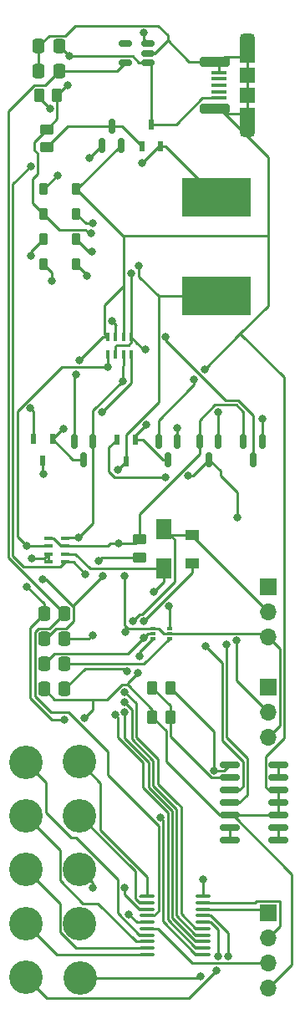
<source format=gtl>
%TF.GenerationSoftware,KiCad,Pcbnew,7.0.10*%
%TF.CreationDate,2024-03-06T19:49:30-08:00*%
%TF.ProjectId,462FinalProject,34363246-696e-4616-9c50-726f6a656374,rev?*%
%TF.SameCoordinates,Original*%
%TF.FileFunction,Copper,L1,Top*%
%TF.FilePolarity,Positive*%
%FSLAX46Y46*%
G04 Gerber Fmt 4.6, Leading zero omitted, Abs format (unit mm)*
G04 Created by KiCad (PCBNEW 7.0.10) date 2024-03-06 19:49:30*
%MOMM*%
%LPD*%
G01*
G04 APERTURE LIST*
G04 Aperture macros list*
%AMRoundRect*
0 Rectangle with rounded corners*
0 $1 Rounding radius*
0 $2 $3 $4 $5 $6 $7 $8 $9 X,Y pos of 4 corners*
0 Add a 4 corners polygon primitive as box body*
4,1,4,$2,$3,$4,$5,$6,$7,$8,$9,$2,$3,0*
0 Add four circle primitives for the rounded corners*
1,1,$1+$1,$2,$3*
1,1,$1+$1,$4,$5*
1,1,$1+$1,$6,$7*
1,1,$1+$1,$8,$9*
0 Add four rect primitives between the rounded corners*
20,1,$1+$1,$2,$3,$4,$5,0*
20,1,$1+$1,$4,$5,$6,$7,0*
20,1,$1+$1,$6,$7,$8,$9,0*
20,1,$1+$1,$8,$9,$2,$3,0*%
G04 Aperture macros list end*
%TA.AperFunction,SMDPad,CuDef*%
%ADD10RoundRect,0.250000X-0.262500X-0.450000X0.262500X-0.450000X0.262500X0.450000X-0.262500X0.450000X0*%
%TD*%
%TA.AperFunction,ComponentPad*%
%ADD11C,3.400000*%
%TD*%
%TA.AperFunction,SMDPad,CuDef*%
%ADD12RoundRect,0.150000X-0.150000X0.587500X-0.150000X-0.587500X0.150000X-0.587500X0.150000X0.587500X0*%
%TD*%
%TA.AperFunction,SMDPad,CuDef*%
%ADD13RoundRect,0.250000X-0.337500X-0.475000X0.337500X-0.475000X0.337500X0.475000X-0.337500X0.475000X0*%
%TD*%
%TA.AperFunction,SMDPad,CuDef*%
%ADD14RoundRect,0.225000X-0.225000X-0.375000X0.225000X-0.375000X0.225000X0.375000X-0.225000X0.375000X0*%
%TD*%
%TA.AperFunction,SMDPad,CuDef*%
%ADD15R,1.400000X1.000000*%
%TD*%
%TA.AperFunction,SMDPad,CuDef*%
%ADD16R,0.600000X1.050000*%
%TD*%
%TA.AperFunction,SMDPad,CuDef*%
%ADD17RoundRect,0.250000X0.450000X-0.262500X0.450000X0.262500X-0.450000X0.262500X-0.450000X-0.262500X0*%
%TD*%
%TA.AperFunction,SMDPad,CuDef*%
%ADD18RoundRect,0.150000X0.150000X-0.587500X0.150000X0.587500X-0.150000X0.587500X-0.150000X-0.587500X0*%
%TD*%
%TA.AperFunction,SMDPad,CuDef*%
%ADD19R,0.900000X0.400000*%
%TD*%
%TA.AperFunction,SMDPad,CuDef*%
%ADD20RoundRect,0.150000X-0.825000X-0.150000X0.825000X-0.150000X0.825000X0.150000X-0.825000X0.150000X0*%
%TD*%
%TA.AperFunction,SMDPad,CuDef*%
%ADD21R,1.525000X0.400000*%
%TD*%
%TA.AperFunction,SMDPad,CuDef*%
%ADD22R,1.525000X0.425000*%
%TD*%
%TA.AperFunction,ComponentPad*%
%ADD23RoundRect,0.375000X-0.375000X0.875000X-0.375000X-0.875000X0.375000X-0.875000X0.375000X0.875000X0*%
%TD*%
%TA.AperFunction,SMDPad,CuDef*%
%ADD24R,1.550000X1.200000*%
%TD*%
%TA.AperFunction,ComponentPad*%
%ADD25RoundRect,0.200000X1.300000X-0.300000X1.300000X0.300000X-1.300000X0.300000X-1.300000X-0.300000X0*%
%TD*%
%TA.AperFunction,SMDPad,CuDef*%
%ADD26R,1.550000X1.500000*%
%TD*%
%TA.AperFunction,ComponentPad*%
%ADD27RoundRect,0.375000X0.375000X-0.875000X0.375000X0.875000X-0.375000X0.875000X-0.375000X-0.875000X0*%
%TD*%
%TA.AperFunction,SMDPad,CuDef*%
%ADD28R,1.500000X2.000000*%
%TD*%
%TA.AperFunction,SMDPad,CuDef*%
%ADD29R,7.000000X4.000000*%
%TD*%
%TA.AperFunction,ComponentPad*%
%ADD30R,1.700000X1.700000*%
%TD*%
%TA.AperFunction,ComponentPad*%
%ADD31O,1.700000X1.700000*%
%TD*%
%TA.AperFunction,SMDPad,CuDef*%
%ADD32R,0.475000X0.300000*%
%TD*%
%TA.AperFunction,SMDPad,CuDef*%
%ADD33R,0.400000X0.900000*%
%TD*%
%TA.AperFunction,SMDPad,CuDef*%
%ADD34RoundRect,0.150000X0.512500X0.150000X-0.512500X0.150000X-0.512500X-0.150000X0.512500X-0.150000X0*%
%TD*%
%TA.AperFunction,SMDPad,CuDef*%
%ADD35RoundRect,0.100000X-0.637500X-0.100000X0.637500X-0.100000X0.637500X0.100000X-0.637500X0.100000X0*%
%TD*%
%TA.AperFunction,SMDPad,CuDef*%
%ADD36RoundRect,0.250000X-0.450000X0.262500X-0.450000X-0.262500X0.450000X-0.262500X0.450000X0.262500X0*%
%TD*%
%TA.AperFunction,ViaPad*%
%ADD37C,0.800000*%
%TD*%
%TA.AperFunction,Conductor*%
%ADD38C,0.250000*%
%TD*%
G04 APERTURE END LIST*
D10*
%TO.P,R10,1*%
%TO.N,GND*%
X216892445Y-135097791D03*
%TO.P,R10,2*%
%TO.N,Net-(U3A-INA-)*%
X218717445Y-135097791D03*
%TD*%
D11*
%TO.P,TP6,1,1*%
%TO.N,PA12_PA10_MCU*%
X209551215Y-161572020D03*
%TD*%
D12*
%TO.P,Q9,1,G*%
%TO.N,LiPO1_Control*%
X219418062Y-107202024D03*
%TO.P,Q9,2,S*%
%TO.N,GND*%
X217518062Y-107202024D03*
%TO.P,Q9,3,D*%
%TO.N,Net-(Q6-G)*%
X218468062Y-109077024D03*
%TD*%
D13*
%TO.P,C6,1*%
%TO.N,GND*%
X205895327Y-127198804D03*
%TO.P,C6,2*%
%TO.N,LiPO High*%
X207970327Y-127198804D03*
%TD*%
D14*
%TO.P,D5,1,K*%
%TO.N,Net-(D5-K)*%
X205890719Y-81616280D03*
%TO.P,D5,2,A*%
%TO.N,GND*%
X209190719Y-81616280D03*
%TD*%
D11*
%TO.P,TP8,1,1*%
%TO.N,PC15_MCU*%
X209530195Y-150568664D03*
%TD*%
%TO.P,TP3,1,1*%
%TO.N,PA2_MCU*%
X204080195Y-150568664D03*
%TD*%
D15*
%TO.P,L2,1,1*%
%TO.N,SW*%
X220920406Y-119501250D03*
%TO.P,L2,2,2*%
%TO.N,3.3v Battery*%
X220920406Y-116701250D03*
%TD*%
D16*
%TO.P,Q8,1,G*%
%TO.N,Net-(Q4-D)*%
X206746925Y-106934654D03*
%TO.P,Q8,2,S*%
%TO.N,Net-(D7-A)*%
X204846925Y-106934654D03*
%TO.P,Q8,3,D*%
%TO.N,Switch_Regulated_V*%
X205796925Y-109134654D03*
%TD*%
D17*
%TO.P,R12,1*%
%TO.N,Net-(Q3-D)*%
X206195521Y-77382249D03*
%TO.P,R12,2*%
%TO.N,USB Vdc*%
X206195521Y-75557249D03*
%TD*%
D11*
%TO.P,TP9,1,1*%
%TO.N,PB3_PB4_PB5P_PB6_MCU*%
X209530195Y-156018664D03*
%TD*%
D14*
%TO.P,D7,1,K*%
%TO.N,LiPO High*%
X205890719Y-86696280D03*
%TO.P,D7,2,A*%
%TO.N,Net-(D7-A)*%
X209190719Y-86696280D03*
%TD*%
D13*
%TO.P,C1,1*%
%TO.N,GND*%
X205354687Y-67160936D03*
%TO.P,C1,2*%
%TO.N,USB Vdc*%
X207429687Y-67160936D03*
%TD*%
D18*
%TO.P,Q3,1,G*%
%TO.N,Switch_Regulator_PWM*%
X211810859Y-77174864D03*
%TO.P,Q3,2,S*%
%TO.N,GND*%
X213710859Y-77174864D03*
%TO.P,Q3,3,D*%
%TO.N,Net-(Q3-D)*%
X212760859Y-75299864D03*
%TD*%
D19*
%TO.P,RN2,1,R1.1*%
%TO.N,ADC_v-to-c*%
X206367952Y-116982679D03*
%TO.P,RN2,2,R2.1*%
%TO.N,LiPO1_Control*%
X206367952Y-117782679D03*
%TO.P,RN2,3,R3.1*%
%TO.N,GND*%
X206367952Y-118582679D03*
%TO.P,RN2,4,R4.1*%
X206367952Y-119382679D03*
%TO.P,RN2,5,R4.2*%
%TO.N,Switch_Regulator_PWM*%
X208067952Y-119382679D03*
%TO.P,RN2,6,R3.2*%
%TO.N,FB*%
X208067952Y-118582679D03*
%TO.P,RN2,7,R2.2*%
%TO.N,ADC_v-to-c*%
X208067952Y-117782679D03*
%TO.P,RN2,8,R1.2*%
%TO.N,LiPO2_Control*%
X208067952Y-116982679D03*
%TD*%
D20*
%TO.P,U3,1,OUTA*%
%TO.N,ADC_Current*%
X224702625Y-139985541D03*
%TO.P,U3,2,INA-*%
%TO.N,Net-(U3A-INA-)*%
X224702625Y-141255541D03*
%TO.P,U3,3,INA+*%
%TO.N,ADC_v-to-c*%
X224702625Y-142525541D03*
%TO.P,U3,4,VDD*%
%TO.N,USB Vdc*%
X224702625Y-143795541D03*
%TO.P,U3,5,INB+*%
%TO.N,GND*%
X224702625Y-145065541D03*
%TO.P,U3,6,INB-*%
%TO.N,Net-(U3B-INB-)*%
X224702625Y-146335541D03*
%TO.P,U3,7,OUTB*%
X224702625Y-147605541D03*
%TO.P,U3,8,OUTA*%
%TO.N,Net-(U3C-INC-)*%
X229652625Y-147605541D03*
%TO.P,U3,9,INC-*%
X229652625Y-146335541D03*
%TO.P,U3,10,INC+*%
%TO.N,GND*%
X229652625Y-145065541D03*
%TO.P,U3,11,VSS*%
X229652625Y-143795541D03*
%TO.P,U3,12,IND+*%
X229652625Y-142525541D03*
%TO.P,U3,13,IND-*%
%TO.N,Net-(U3D-IND-)*%
X229652625Y-141255541D03*
%TO.P,U3,14,OUTD*%
X229652625Y-139985541D03*
%TD*%
D21*
%TO.P,J3,1,VBUS*%
%TO.N,USB Vdc*%
X223632500Y-72420000D03*
D22*
%TO.P,J3,2,D-*%
%TO.N,unconnected-(J3-D--Pad2)*%
X223632500Y-71782500D03*
D21*
%TO.P,J3,3,D+*%
%TO.N,unconnected-(J3-D+-Pad3)*%
X223632500Y-71120000D03*
%TO.P,J3,4,ID*%
%TO.N,unconnected-(J3-ID-Pad4)*%
X223632500Y-70470000D03*
D22*
%TO.P,J3,5,GND*%
%TO.N,GND*%
X223632500Y-69832500D03*
D23*
%TO.P,J3,6,Shield*%
X226520000Y-75120000D03*
D24*
X226520000Y-74020000D03*
D25*
X223220000Y-73520000D03*
D26*
X226520000Y-72120000D03*
X226520000Y-70120000D03*
D25*
X223220000Y-68720000D03*
D24*
X226520000Y-68220000D03*
D27*
X226520000Y-67120000D03*
%TD*%
D11*
%TO.P,TP1,1,1*%
%TO.N,PA0_MCU*%
X204080195Y-139668664D03*
%TD*%
D14*
%TO.P,D6,1,K*%
%TO.N,USB Vdc*%
X205890719Y-84156280D03*
%TO.P,D6,2,A*%
%TO.N,Switch_Regulated_V*%
X209190719Y-84156280D03*
%TD*%
D28*
%TO.P,R5,1*%
%TO.N,3.3v Battery*%
X218051063Y-116069718D03*
%TO.P,R5,2*%
%TO.N,FB*%
X218051063Y-120069718D03*
%TD*%
D13*
%TO.P,C2,1*%
%TO.N,GND*%
X205895327Y-124658804D03*
%TO.P,C2,2*%
%TO.N,MCU Vdd*%
X207970327Y-124658804D03*
%TD*%
D11*
%TO.P,TP7,1,1*%
%TO.N,PC14_PB9_MCU*%
X209530195Y-145118664D03*
%TD*%
D12*
%TO.P,Q2,1,G*%
%TO.N,LiPO2_Control*%
X223574460Y-107158008D03*
%TO.P,Q2,2,S*%
%TO.N,ADC_v-to-c*%
X221674460Y-107158008D03*
%TO.P,Q2,3,D*%
%TO.N,LiPO Mid*%
X222624460Y-109033008D03*
%TD*%
D16*
%TO.P,Q7,1,G*%
%TO.N,Net-(Q3-D)*%
X215814938Y-77313999D03*
%TO.P,Q7,2,S*%
%TO.N,Net-(D5-K)*%
X217714938Y-77313999D03*
%TO.P,Q7,3,D*%
%TO.N,USB Vdc*%
X216764938Y-75113999D03*
%TD*%
D29*
%TO.P,L1,1,1*%
%TO.N,Net-(D5-K)*%
X223359032Y-82467062D03*
%TO.P,L1,2,2*%
%TO.N,Switch_Regulated_V*%
X223359032Y-92467062D03*
%TD*%
D30*
%TO.P,J4,1,Pin_1*%
%TO.N,LiPO Low*%
X228600000Y-121920000D03*
D31*
%TO.P,J4,2,Pin_2*%
%TO.N,3.3v Battery*%
X228600000Y-124460000D03*
%TO.P,J4,3,Pin_3*%
%TO.N,LiPO High*%
X228600000Y-127000000D03*
%TD*%
D11*
%TO.P,TP10,1,1*%
%TO.N,PB7_PB8_MCU*%
X209462421Y-139635046D03*
%TD*%
D30*
%TO.P,J2,1,Pin_1*%
%TO.N,LiPO Low*%
X228600000Y-132080000D03*
D31*
%TO.P,J2,2,Pin_2*%
%TO.N,LiPO Mid*%
X228600000Y-134620000D03*
%TO.P,J2,3,Pin_3*%
%TO.N,LiPO High*%
X228600000Y-137160000D03*
%TD*%
D32*
%TO.P,IC1,1,VIN*%
%TO.N,LiPO High*%
X216962804Y-126131242D03*
%TO.P,IC1,2,SW*%
%TO.N,SW*%
X216962804Y-126631242D03*
%TO.P,IC1,3,GND*%
%TO.N,GND*%
X216962804Y-127131242D03*
%TO.P,IC1,4,BST*%
%TO.N,BST*%
X218638804Y-127131242D03*
%TO.P,IC1,5,EN*%
%TO.N,LiPO High*%
X218638804Y-126631242D03*
%TO.P,IC1,6,FB*%
%TO.N,FB*%
X218638804Y-126131242D03*
%TD*%
D11*
%TO.P,TP5,1,1*%
%TO.N,PA11_PA9_MCU*%
X204080195Y-161468664D03*
%TD*%
D30*
%TO.P,J5,1,Pin_1*%
%TO.N,SWDIO*%
X228600000Y-154940000D03*
D31*
%TO.P,J5,2,Pin_2*%
%TO.N,SWCLK*%
X228600000Y-157480000D03*
%TO.P,J5,3,Pin_3*%
%TO.N,NRST*%
X228600000Y-160020000D03*
%TO.P,J5,4,Pin_4*%
%TO.N,GND*%
X228600000Y-162560000D03*
%TD*%
D11*
%TO.P,TP4,1,1*%
%TO.N,PA3_MCU*%
X204080195Y-156018664D03*
%TD*%
D12*
%TO.P,Q4,1,G*%
%TO.N,LiPO2_Control*%
X210874460Y-107158008D03*
%TO.P,Q4,2,S*%
%TO.N,GND*%
X208974460Y-107158008D03*
%TO.P,Q4,3,D*%
%TO.N,Net-(Q4-D)*%
X209924460Y-109033008D03*
%TD*%
%TO.P,Q1,1,G*%
%TO.N,LiPO1_Control*%
X228024460Y-107158008D03*
%TO.P,Q1,2,S*%
%TO.N,ADC_v-to-c*%
X226124460Y-107158008D03*
%TO.P,Q1,3,D*%
%TO.N,Net-(D1-K)*%
X227074460Y-109033008D03*
%TD*%
D11*
%TO.P,TP2,1,1*%
%TO.N,PA1_MCU*%
X204080195Y-145118664D03*
%TD*%
D33*
%TO.P,RN1,1,R1.1*%
%TO.N,LiPO1_Control*%
X212366765Y-98333827D03*
%TO.P,RN1,2,R2.1*%
%TO.N,USB Vdc*%
X213166765Y-98333827D03*
%TO.P,RN1,3,R3.1*%
%TO.N,LiPO2_Control*%
X213966765Y-98333827D03*
%TO.P,RN1,4,R4.1*%
%TO.N,Net-(Q4-D)*%
X214766765Y-98333827D03*
%TO.P,RN1,5,R4.2*%
%TO.N,USB Vdc*%
X214766765Y-96633827D03*
%TO.P,RN1,6,R3.2*%
%TO.N,GND*%
X213966765Y-96633827D03*
%TO.P,RN1,7,R2.2*%
%TO.N,Net-(Q6-G)*%
X213166765Y-96633827D03*
%TO.P,RN1,8,R1.2*%
%TO.N,GND*%
X212366765Y-96633827D03*
%TD*%
D13*
%TO.P,C3,1*%
%TO.N,GND*%
X205354687Y-69700936D03*
%TO.P,C3,2*%
%TO.N,MCU Vdd*%
X207429687Y-69700936D03*
%TD*%
%TO.P,C5,1*%
%TO.N,GND*%
X205895327Y-132278804D03*
%TO.P,C5,2*%
%TO.N,3.3v Battery*%
X207970327Y-132278804D03*
%TD*%
D16*
%TO.P,Q6,1,G*%
%TO.N,Net-(Q6-G)*%
X215185323Y-107020000D03*
%TO.P,Q6,2,S*%
%TO.N,LiPO Mid*%
X213285323Y-107020000D03*
%TO.P,Q6,3,D*%
%TO.N,Switch_Regulated_V*%
X214235323Y-109220000D03*
%TD*%
D10*
%TO.P,R9,1*%
%TO.N,Net-(U3A-INA-)*%
X216892445Y-132147791D03*
%TO.P,R9,2*%
%TO.N,ADC_Current*%
X218717445Y-132147791D03*
%TD*%
D34*
%TO.P,U1,1,VIN*%
%TO.N,USB Vdc*%
X216456063Y-68804624D03*
%TO.P,U1,2,GND*%
%TO.N,GND*%
X216456063Y-67854624D03*
%TO.P,U1,3,EN*%
%TO.N,Net-(U1-EN)*%
X216456063Y-66904624D03*
%TO.P,U1,4,NC*%
%TO.N,unconnected-(U1-NC-Pad4)*%
X214181063Y-66904624D03*
%TO.P,U1,5,VOUT*%
%TO.N,MCU Vdd*%
X214181063Y-68804624D03*
%TD*%
D35*
%TO.P,U2,1,PB7/PB8*%
%TO.N,PB7_PB8_MCU*%
X216315015Y-153277195D03*
%TO.P,U2,2,PC14/PB9*%
%TO.N,PC14_PB9_MCU*%
X216315015Y-153927195D03*
%TO.P,U2,3,PC15*%
%TO.N,PC15_MCU*%
X216315015Y-154577195D03*
%TO.P,U2,4,VDD*%
%TO.N,MCU Vdd*%
X216315015Y-155227195D03*
%TO.P,U2,5,VSS*%
%TO.N,GND*%
X216315015Y-155877195D03*
%TO.P,U2,6,NRST*%
%TO.N,NRST*%
X216315015Y-156527195D03*
%TO.P,U2,7,PA0*%
%TO.N,PA0_MCU*%
X216315015Y-157177195D03*
%TO.P,U2,8,PA1*%
%TO.N,PA1_MCU*%
X216315015Y-157827195D03*
%TO.P,U2,9,PA2*%
%TO.N,PA2_MCU*%
X216315015Y-158477195D03*
%TO.P,U2,10,PA3*%
%TO.N,PA3_MCU*%
X216315015Y-159127195D03*
%TO.P,U2,11,PA4*%
%TO.N,ADC_Current*%
X222040015Y-159127195D03*
%TO.P,U2,12,PA5*%
%TO.N,Switch_Regulated_V*%
X222040015Y-158477195D03*
%TO.P,U2,13,PA6*%
%TO.N,LiPO1_Control*%
X222040015Y-157827195D03*
%TO.P,U2,14,PA7*%
%TO.N,LiPO2_Control*%
X222040015Y-157177195D03*
%TO.P,U2,15,PB0/PB1/PB2/PA8*%
%TO.N,Switch_Regulator_PWM*%
X222040015Y-156527195D03*
%TO.P,U2,16,PA11/PA9*%
%TO.N,PA11_PA9_MCU*%
X222040015Y-155877195D03*
%TO.P,U2,17,PA12/PA10*%
%TO.N,PA12_PA10_MCU*%
X222040015Y-155227195D03*
%TO.P,U2,18,PA13*%
%TO.N,SWDIO*%
X222040015Y-154577195D03*
%TO.P,U2,19,PA14/PA15*%
%TO.N,SWCLK*%
X222040015Y-153927195D03*
%TO.P,U2,20,PB3/PB4/PB5/PB6*%
%TO.N,PB3_PB4_PB5P_PB6_MCU*%
X222040015Y-153277195D03*
%TD*%
D10*
%TO.P,R4,1*%
%TO.N,Net-(U1-EN)*%
X205404027Y-72156835D03*
%TO.P,R4,2*%
%TO.N,USB Vdc*%
X207229027Y-72156835D03*
%TD*%
D36*
%TO.P,R1,1*%
%TO.N,ADC_v-to-c*%
X215588156Y-117124569D03*
%TO.P,R1,2*%
%TO.N,GND*%
X215588156Y-118949569D03*
%TD*%
D13*
%TO.P,C4,1*%
%TO.N,SW*%
X205895327Y-129738804D03*
%TO.P,C4,2*%
%TO.N,BST*%
X207970327Y-129738804D03*
%TD*%
D14*
%TO.P,D1,1,K*%
%TO.N,Net-(D1-K)*%
X205890719Y-89236280D03*
%TO.P,D1,2,A*%
%TO.N,LiPO Low*%
X209190719Y-89236280D03*
%TD*%
D37*
%TO.N,GND*%
X209173886Y-100385277D03*
X204691393Y-119033764D03*
X209528434Y-98935277D03*
X211858317Y-120831826D03*
X208008945Y-135345000D03*
X205805685Y-121161048D03*
X222159013Y-99869381D03*
X221121044Y-100882024D03*
X204183291Y-121897074D03*
X211453120Y-119287012D03*
X210004754Y-135170524D03*
X215403792Y-130632531D03*
X214530161Y-155104535D03*
X215581065Y-128910443D03*
%TO.N,PC15_MCU*%
X214085000Y-152400000D03*
X210820000Y-152400000D03*
%TO.N,PB3_PB4_PB5P_PB6_MCU*%
X222036124Y-151579317D03*
%TO.N,PA12_PA10_MCU*%
X221728461Y-161406128D03*
X224541023Y-159295000D03*
%TO.N,PA11_PA9_MCU*%
X223541020Y-159295000D03*
X223414895Y-160745000D03*
%TO.N,Net-(D1-K)*%
X218226501Y-96627154D03*
X206696802Y-90882457D03*
%TO.N,ADC_v-to-c*%
X213432105Y-117537882D03*
X222241250Y-127952874D03*
%TO.N,LiPO1_Control*%
X219438541Y-105783041D03*
X228036063Y-104921187D03*
X214085000Y-134620000D03*
X212366765Y-99685602D03*
X204142679Y-117782679D03*
%TO.N,Switch_Regulator_PWM*%
X210118999Y-120627061D03*
X204576812Y-79303779D03*
X210504687Y-78452435D03*
X214085000Y-132545874D03*
%TO.N,FB*%
X217063201Y-122432274D03*
X218560025Y-123861565D03*
%TO.N,LiPO2_Control*%
X214097652Y-133607345D03*
X213872653Y-101087347D03*
X223537604Y-104196187D03*
X209393999Y-116937905D03*
%TO.N,ADC_Current*%
X223162644Y-140522957D03*
X217715000Y-145292167D03*
%TO.N,Net-(U1-EN)*%
X215978744Y-65783057D03*
X206504027Y-73498685D03*
%TO.N,USB Vdc*%
X210675569Y-86096463D03*
X208448375Y-68179624D03*
X208280000Y-71120000D03*
X216142959Y-97851926D03*
X224385375Y-127763687D03*
X214727540Y-90148434D03*
%TO.N,Net-(Q4-D)*%
X207863590Y-105922102D03*
X211766010Y-104219295D03*
%TO.N,LiPO Mid*%
X225394036Y-127356242D03*
X220512518Y-110632225D03*
X225462492Y-114870205D03*
X218246296Y-110847836D03*
%TO.N,Net-(Q6-G)*%
X216245162Y-105510467D03*
X212778453Y-94966743D03*
%TO.N,Switch_Regulated_V*%
X205838062Y-110460281D03*
X213360000Y-110095693D03*
X213107105Y-134829107D03*
X210806024Y-85105006D03*
X215512609Y-89439339D03*
%TO.N,3.3v Battery*%
X214312978Y-130470423D03*
X214890730Y-125405263D03*
%TO.N,SW*%
X215990043Y-125406242D03*
X215978273Y-127078273D03*
%TO.N,LiPO High*%
X214085000Y-120820718D03*
X214113264Y-126453458D03*
X210843999Y-126817819D03*
X204584950Y-88349578D03*
%TO.N,Net-(D7-A)*%
X210787157Y-87967729D03*
X204538083Y-103827222D03*
%TO.N,Net-(D5-K)*%
X207288665Y-80218334D03*
X215884963Y-78977418D03*
%TO.N,LiPO Low*%
X210290155Y-90438479D03*
%TD*%
D38*
%TO.N,GND*%
X205895327Y-124658804D02*
X205895327Y-123609110D01*
X213784695Y-131820874D02*
X214385305Y-131820874D01*
X214530161Y-155104535D02*
X215302821Y-155877195D01*
X212053453Y-96320515D02*
X212053453Y-93353312D01*
X223727626Y-145065541D02*
X218267445Y-139605360D01*
X218267445Y-136472791D02*
X216892445Y-135097791D01*
X215581065Y-128910443D02*
X215581065Y-128512981D01*
X207116723Y-126148804D02*
X208112927Y-126148804D01*
X217458057Y-65058057D02*
X218440000Y-66040000D01*
X206945327Y-133328804D02*
X210820000Y-133328804D01*
X217518062Y-107202024D02*
X217518062Y-105061938D01*
X224220000Y-74020000D02*
X223720000Y-73520000D01*
X208882827Y-123934292D02*
X206109583Y-121161048D01*
X225083533Y-145065541D02*
X224702625Y-145065541D01*
X229652625Y-142525541D02*
X229652625Y-143795541D01*
X204519043Y-126035088D02*
X205895327Y-124658804D01*
X210820000Y-134355278D02*
X210004754Y-135170524D01*
X230225000Y-100685000D02*
X225784197Y-96244197D01*
X208974460Y-107158008D02*
X208974460Y-100584703D01*
X205354687Y-67160936D02*
X206404687Y-66110936D01*
X206404687Y-66110936D02*
X208012287Y-66110936D01*
X209528434Y-98935277D02*
X211829884Y-96633827D01*
X226520000Y-70120000D02*
X226520000Y-72120000D01*
X205354687Y-69700936D02*
X205354687Y-67160936D01*
X225784197Y-96244197D02*
X228600000Y-93428394D01*
X221121044Y-101458956D02*
X221121044Y-100882024D01*
X228600000Y-78400000D02*
X228600000Y-86360000D01*
X223720000Y-68720000D02*
X224220000Y-68220000D01*
X205895327Y-127198804D02*
X206066723Y-127198804D01*
X204519043Y-133171516D02*
X204519043Y-126035088D01*
X228600000Y-86360000D02*
X213934439Y-86360000D01*
X218440000Y-66040000D02*
X218440000Y-66533186D01*
X228352625Y-142200540D02*
X228352625Y-139069076D01*
X228600000Y-93428394D02*
X228600000Y-86360000D01*
X208974460Y-100584703D02*
X209173886Y-100385277D01*
X212366765Y-96633827D02*
X212053453Y-96320515D01*
X209269443Y-81616280D02*
X209190719Y-81616280D01*
X218440000Y-66533186D02*
X217118562Y-67854624D01*
X226520000Y-70120000D02*
X226520000Y-68220000D01*
X205895327Y-123609110D02*
X204183291Y-121897074D01*
X223632500Y-68807500D02*
X223720000Y-68720000D01*
X211790563Y-118949569D02*
X215588156Y-118949569D01*
X223632500Y-69832500D02*
X223632500Y-68807500D01*
X226520000Y-74020000D02*
X224220000Y-74020000D01*
X213966765Y-96633827D02*
X213966765Y-91440000D01*
X218267445Y-139605360D02*
X218267445Y-136472791D01*
X213966765Y-86392326D02*
X213934439Y-86360000D01*
X210820000Y-133328804D02*
X210820000Y-134355278D01*
X215581065Y-128512981D02*
X216962804Y-127131242D01*
X229652625Y-143795541D02*
X229652625Y-145065541D01*
X224702625Y-145065541D02*
X223727626Y-145065541D01*
X213710859Y-77174864D02*
X209269443Y-81616280D01*
X208882827Y-123807316D02*
X211858317Y-120831826D01*
X220785545Y-101794455D02*
X221121044Y-101458956D01*
X223720000Y-73520000D02*
X228600000Y-78400000D01*
X211453120Y-119287012D02*
X211790563Y-118949569D01*
X214385305Y-131651018D02*
X215403792Y-130632531D01*
X228600000Y-162560000D02*
X231015000Y-160145000D01*
X213934439Y-86360000D02*
X209190719Y-81616280D01*
X230225000Y-137196701D02*
X230225000Y-100685000D01*
X205916867Y-119033764D02*
X206367952Y-118582679D01*
X212276765Y-133328804D02*
X213784695Y-131820874D01*
X214385305Y-131820874D02*
X214385305Y-131651018D01*
X206367952Y-119382679D02*
X206367952Y-118582679D01*
X208012287Y-66110936D02*
X209065166Y-65058057D01*
X208112927Y-126148804D02*
X208882827Y-125378904D01*
X231015000Y-150997008D02*
X225083533Y-145065541D01*
X211829884Y-96633827D02*
X212366765Y-96633827D01*
X217118562Y-67854624D02*
X216456063Y-67854624D01*
X220626814Y-68720000D02*
X218440000Y-66533186D01*
X213966765Y-91440000D02*
X213966765Y-86392326D01*
X226520000Y-72120000D02*
X226520000Y-74020000D01*
X229652625Y-142525541D02*
X228677626Y-142525541D01*
X210820000Y-133328804D02*
X212276765Y-133328804D01*
X208882827Y-125378904D02*
X208882827Y-123934292D01*
X222159013Y-99869381D02*
X225784197Y-96244197D01*
X224702625Y-145065541D02*
X229652625Y-145065541D01*
X217518062Y-105061938D02*
X220785545Y-101794455D01*
X231015000Y-160145000D02*
X231015000Y-150997008D01*
X206066723Y-127198804D02*
X207116723Y-126148804D01*
X223720000Y-68720000D02*
X220626814Y-68720000D01*
X209065166Y-65058057D02*
X217458057Y-65058057D01*
X214385305Y-131820874D02*
X216892445Y-134328014D01*
X208882827Y-123934292D02*
X208882827Y-123807316D01*
X208008945Y-135345000D02*
X206692527Y-135345000D01*
X224220000Y-68220000D02*
X226520000Y-68220000D01*
X206692527Y-135345000D02*
X204519043Y-133171516D01*
X228677626Y-142525541D02*
X228352625Y-142200540D01*
X205895327Y-132278804D02*
X206945327Y-133328804D01*
X216892445Y-134328014D02*
X216892445Y-135097791D01*
X212053453Y-93353312D02*
X213966765Y-91440000D01*
X204691393Y-119033764D02*
X205916867Y-119033764D01*
X228352625Y-139069076D02*
X230225000Y-137196701D01*
X215302821Y-155877195D02*
X216315015Y-155877195D01*
X206109583Y-121161048D02*
X205805685Y-121161048D01*
%TO.N,PB7_PB8_MCU*%
X211593963Y-141766588D02*
X209462421Y-139635046D01*
X211593963Y-146546036D02*
X211593963Y-141766588D01*
X216315015Y-153277195D02*
X215577516Y-153277195D01*
X216315015Y-153277195D02*
X216315015Y-151267088D01*
X216315015Y-151267088D02*
X211593963Y-146546036D01*
%TO.N,PC15_MCU*%
X214085000Y-153084679D02*
X214085000Y-152400000D01*
X210820000Y-151858469D02*
X209530195Y-150568664D01*
X215577516Y-154577195D02*
X214085000Y-153084679D01*
X216315015Y-154577195D02*
X215577516Y-154577195D01*
X210820000Y-152400000D02*
X210820000Y-151858469D01*
%TO.N,PB3_PB4_PB5P_PB6_MCU*%
X222036124Y-153273304D02*
X222040015Y-153277195D01*
X222036124Y-151579317D02*
X222036124Y-153273304D01*
%TO.N,PC14_PB9_MCU*%
X215127516Y-153477195D02*
X215127516Y-150715985D01*
X215127516Y-150715985D02*
X209530195Y-145118664D01*
X216315015Y-153927195D02*
X215577516Y-153927195D01*
X215577516Y-153927195D02*
X215127516Y-153477195D01*
%TO.N,PA12_PA10_MCU*%
X221562569Y-161572020D02*
X209551215Y-161572020D01*
X222040015Y-155227195D02*
X222777514Y-155227195D01*
X222777514Y-155227195D02*
X224541023Y-156990704D01*
X224541023Y-156990704D02*
X224541023Y-159295000D01*
X221728461Y-161406128D02*
X221562569Y-161572020D01*
%TO.N,PA11_PA9_MCU*%
X220562875Y-163597020D02*
X206208551Y-163597020D01*
X222777514Y-155877195D02*
X223541020Y-156640701D01*
X223541020Y-156640701D02*
X223541020Y-159295000D01*
X222040015Y-155877195D02*
X222777514Y-155877195D01*
X206208551Y-163597020D02*
X204080195Y-161468664D01*
X223414895Y-160745000D02*
X220562875Y-163597020D01*
%TO.N,PA3_MCU*%
X216315015Y-159127195D02*
X207188726Y-159127195D01*
X207188726Y-159127195D02*
X204080195Y-156018664D01*
%TO.N,PA2_MCU*%
X207505195Y-153993664D02*
X204080195Y-150568664D01*
X209124943Y-158477195D02*
X207505195Y-156857447D01*
X207505195Y-156857447D02*
X207505195Y-153993664D01*
X216315015Y-158477195D02*
X209124943Y-158477195D01*
%TO.N,PA1_MCU*%
X216315015Y-157827195D02*
X215223703Y-157827195D01*
X207505195Y-151625195D02*
X207505195Y-148543664D01*
X209873664Y-153993664D02*
X207505195Y-151625195D01*
X211390172Y-153993664D02*
X209873664Y-153993664D01*
X215223703Y-157827195D02*
X211390172Y-153993664D01*
X207505195Y-148543664D02*
X204080195Y-145118664D01*
%TO.N,Net-(D1-K)*%
X218226501Y-96962175D02*
X224285513Y-103021187D01*
X224285513Y-103021187D02*
X225577583Y-103021187D01*
X205650070Y-89476929D02*
X205890719Y-89236280D01*
X225577583Y-103021187D02*
X227074460Y-104518064D01*
X206696802Y-90042363D02*
X205890719Y-89236280D01*
X206696802Y-90882457D02*
X206696802Y-90042363D01*
X218226501Y-96627154D02*
X218226501Y-96962175D01*
X227074460Y-104518064D02*
X227074460Y-109033008D01*
%TO.N,PA0_MCU*%
X213360000Y-154959679D02*
X213360000Y-151534686D01*
X213360000Y-151534686D02*
X209145314Y-147320000D01*
X206105195Y-141693664D02*
X204080195Y-139668664D01*
X209145314Y-147320000D02*
X208645195Y-147320000D01*
X206105195Y-144780000D02*
X206105195Y-141693664D01*
X208645195Y-147320000D02*
X206105195Y-144780000D01*
X215577516Y-157177195D02*
X213360000Y-154959679D01*
X216315015Y-157177195D02*
X215577516Y-157177195D01*
%TO.N,ADC_v-to-c*%
X212627284Y-117537882D02*
X212382487Y-117782679D01*
X225391187Y-103471187D02*
X226124460Y-104204460D01*
X226060000Y-139591375D02*
X225236718Y-138768093D01*
X221674460Y-107158008D02*
X221674460Y-105034026D01*
X215174843Y-117537882D02*
X215588156Y-117124569D01*
X226060000Y-142143165D02*
X226060000Y-139591375D01*
X207667952Y-117782679D02*
X208067952Y-117782679D01*
X225677624Y-142525541D02*
X226060000Y-142143165D01*
X208067952Y-117782679D02*
X212382487Y-117782679D01*
X213432105Y-117537882D02*
X215174843Y-117537882D01*
X212382487Y-117782679D02*
X212635000Y-117530166D01*
X224702625Y-142525541D02*
X225677624Y-142525541D01*
X221674460Y-108444977D02*
X215588156Y-114531281D01*
X213432105Y-117537882D02*
X212627284Y-117537882D01*
X206867952Y-116982679D02*
X207667952Y-117782679D01*
X226124460Y-104204460D02*
X226124460Y-107158008D01*
X215588156Y-114531281D02*
X215588156Y-117124569D01*
X225236718Y-138768093D02*
X223943937Y-137475312D01*
X223943937Y-137475312D02*
X223943937Y-133912281D01*
X221674460Y-105034026D02*
X223237299Y-103471187D01*
X223237299Y-103471187D02*
X225391187Y-103471187D01*
X221674460Y-107158008D02*
X221674460Y-108444977D01*
X206367952Y-116982679D02*
X206867952Y-116982679D01*
X223943937Y-133912281D02*
X223943937Y-129655561D01*
X223943937Y-129655561D02*
X222241250Y-127952874D01*
%TO.N,LiPO1_Control*%
X212341440Y-99660277D02*
X207679723Y-99660277D01*
X228024460Y-104932790D02*
X228036063Y-104921187D01*
X228024460Y-107158008D02*
X228024460Y-104932790D01*
X222040015Y-157827195D02*
X221302516Y-157827195D01*
X216536396Y-139700000D02*
X216218198Y-139381802D01*
X203200000Y-116840000D02*
X204142679Y-117782679D01*
X218890000Y-144593604D02*
X216536396Y-142240000D01*
X212366765Y-99685602D02*
X212341440Y-99660277D01*
X218890000Y-155414679D02*
X218890000Y-144593604D01*
X207679723Y-99660277D02*
X203200000Y-104140000D01*
X221302516Y-157827195D02*
X218890000Y-155414679D01*
X216536396Y-142240000D02*
X216536396Y-139700000D01*
X203200000Y-104140000D02*
X203200000Y-116840000D01*
X214085000Y-137248604D02*
X214085000Y-134620000D01*
X219438541Y-107181545D02*
X219418062Y-107202024D01*
X206367952Y-117782679D02*
X204142679Y-117782679D01*
X212366765Y-98333827D02*
X212366765Y-99685602D01*
X216218198Y-139381802D02*
X214085000Y-137248604D01*
X219438541Y-105783041D02*
X219438541Y-107181545D01*
%TO.N,Switch_Regulator_PWM*%
X210504687Y-78452435D02*
X210533288Y-78452435D01*
X219790000Y-144220812D02*
X219394594Y-143825406D01*
X210533288Y-78452435D02*
X211810859Y-77174864D01*
X219394594Y-143825406D02*
X217436396Y-141867208D01*
X222040015Y-156527195D02*
X221302516Y-156527195D01*
X202750000Y-118802081D02*
X202750000Y-81130591D01*
X202750000Y-81130591D02*
X204576812Y-79303779D01*
X219790000Y-155014679D02*
X219790000Y-144220812D01*
X203855598Y-119907679D02*
X202750000Y-118802081D01*
X208067952Y-119382679D02*
X207542952Y-119907679D01*
X210118999Y-120627061D02*
X208874617Y-119382679D01*
X215260000Y-137150812D02*
X215260000Y-133720874D01*
X207542952Y-119907679D02*
X203855598Y-119907679D01*
X217436396Y-139327208D02*
X216854594Y-138745406D01*
X221302516Y-156527195D02*
X219790000Y-155014679D01*
X216854594Y-138745406D02*
X215260000Y-137150812D01*
X215260000Y-133720874D02*
X214085000Y-132545874D01*
X208874617Y-119382679D02*
X208067952Y-119382679D01*
X217436396Y-141867208D02*
X217436396Y-139327208D01*
%TO.N,FB*%
X210586961Y-120069718D02*
X218051063Y-120069718D01*
X217063201Y-122432274D02*
X218051063Y-121444412D01*
X218638804Y-126131242D02*
X218638804Y-123940344D01*
X209099922Y-118582679D02*
X210586961Y-120069718D01*
X218051063Y-121444412D02*
X218051063Y-120069718D01*
X218638804Y-123940344D02*
X218560025Y-123861565D01*
X208067952Y-118582679D02*
X209099922Y-118582679D01*
%TO.N,LiPO2_Control*%
X210874460Y-104085540D02*
X213868020Y-101091980D01*
X213868020Y-101091980D02*
X213868020Y-99568020D01*
X208112726Y-116937905D02*
X208067952Y-116982679D01*
X213966765Y-99469275D02*
X213966765Y-98333827D01*
X214810000Y-137337208D02*
X214810000Y-134319695D01*
X221302516Y-157177195D02*
X219340000Y-155214679D01*
X219340000Y-155214679D02*
X219340000Y-144407208D01*
X222040015Y-157177195D02*
X221302516Y-157177195D01*
X214810000Y-134319695D02*
X214097652Y-133607345D01*
X223574460Y-104233043D02*
X223537604Y-104196187D01*
X213868020Y-99568020D02*
X213966765Y-99469275D01*
X210824460Y-107208008D02*
X210824460Y-115507444D01*
X216986396Y-142053604D02*
X216986396Y-139513604D01*
X219340000Y-144407208D02*
X216986396Y-142053604D01*
X210824460Y-115507444D02*
X209393999Y-116937905D01*
X210874460Y-107158008D02*
X210874460Y-104085540D01*
X216986396Y-139513604D02*
X214810000Y-137337208D01*
X210874460Y-107158008D02*
X210824460Y-107208008D01*
X209393999Y-116937905D02*
X208112726Y-116937905D01*
X223574460Y-107158008D02*
X223574460Y-104233043D01*
%TO.N,Net-(U3A-INA-)*%
X218717445Y-137103063D02*
X218717445Y-135097791D01*
X218717445Y-135097791D02*
X218717445Y-133972791D01*
X218717445Y-133972791D02*
X216892445Y-132147791D01*
X222869923Y-141255541D02*
X218717445Y-137103063D01*
X224702625Y-141255541D02*
X222869923Y-141255541D01*
%TO.N,ADC_Current*%
X218717445Y-132147791D02*
X223162644Y-136592990D01*
X222040015Y-159127195D02*
X221302516Y-159127195D01*
X223162644Y-136592990D02*
X223162644Y-140522957D01*
X217990000Y-155814679D02*
X217990000Y-145567167D01*
X223162644Y-140522957D02*
X224165209Y-140522957D01*
X224165209Y-140522957D02*
X224702625Y-139985541D01*
X222040015Y-159127195D02*
X221316120Y-159127195D01*
X221302516Y-159127195D02*
X217990000Y-155814679D01*
X217990000Y-145567167D02*
X217715000Y-145292167D01*
%TO.N,Net-(U1-EN)*%
X205404027Y-72156835D02*
X205404027Y-72398685D01*
X215978744Y-66427305D02*
X216456063Y-66904624D01*
X215978744Y-65783057D02*
X215978744Y-66427305D01*
X205404027Y-72398685D02*
X206504027Y-73498685D01*
%TO.N,USB Vdc*%
X208265862Y-71120000D02*
X207229027Y-72156835D01*
X214766765Y-96633827D02*
X214766765Y-90368722D01*
X207229027Y-72156835D02*
X207229027Y-74523743D01*
X221971996Y-72420000D02*
X219277997Y-75113999D01*
X205301812Y-80096062D02*
X204769520Y-80628354D01*
X225677624Y-143795541D02*
X226510000Y-142963165D01*
X214894471Y-68179624D02*
X208448375Y-68179624D01*
X226510000Y-139276063D02*
X224393937Y-137160000D01*
X214491765Y-97408827D02*
X213291765Y-97408827D01*
X210675569Y-86096463D02*
X210494506Y-86096463D01*
X226510000Y-142963165D02*
X226510000Y-139276063D01*
X223632500Y-72420000D02*
X221971996Y-72420000D01*
X216142959Y-97851926D02*
X215984864Y-97851926D01*
X216456063Y-68804624D02*
X215519471Y-68804624D01*
X206195521Y-75557249D02*
X204895645Y-76857125D01*
X215519471Y-68804624D02*
X214894471Y-68179624D01*
X215291765Y-97158827D02*
X214766765Y-96633827D01*
X207455666Y-85721227D02*
X205890719Y-84156280D01*
X207229027Y-74523743D02*
X206195521Y-75557249D01*
X210119270Y-85721227D02*
X207455666Y-85721227D01*
X204769520Y-83035081D02*
X205890719Y-84156280D01*
X216764938Y-69113499D02*
X216456063Y-68804624D01*
X213166765Y-97533827D02*
X213166765Y-98333827D01*
X208448375Y-68179624D02*
X207429687Y-67160936D01*
X214766765Y-97133827D02*
X214491765Y-97408827D01*
X224702625Y-143795541D02*
X225677624Y-143795541D01*
X208280000Y-71120000D02*
X208265862Y-71120000D01*
X214766765Y-90187659D02*
X214727540Y-90148434D01*
X214766765Y-90368722D02*
X214766765Y-90187659D01*
X204895645Y-77643395D02*
X205301812Y-78049562D01*
X215984864Y-97851926D02*
X215291765Y-97158827D01*
X204769520Y-80628354D02*
X204769520Y-83035081D01*
X214766765Y-96633827D02*
X214766765Y-97133827D01*
X210494506Y-86096463D02*
X210119270Y-85721227D01*
X204895645Y-76857125D02*
X204895645Y-77643395D01*
X219277997Y-75113999D02*
X216764938Y-75113999D01*
X205301812Y-78049562D02*
X205301812Y-80096062D01*
X216764938Y-75113999D02*
X216764938Y-69113499D01*
X224393937Y-137160000D02*
X224393937Y-127772249D01*
X224393937Y-127772249D02*
X224385375Y-127763687D01*
X213291765Y-97408827D02*
X213166765Y-97533827D01*
%TO.N,Net-(Q3-D)*%
X208277906Y-75299864D02*
X212760859Y-75299864D01*
X212760859Y-75299864D02*
X213800803Y-75299864D01*
X213800803Y-75299864D02*
X215814938Y-77313999D01*
X206195521Y-77382249D02*
X208277906Y-75299864D01*
%TO.N,MCU Vdd*%
X202300000Y-118988477D02*
X207970327Y-124658804D01*
X205998788Y-71131835D02*
X204896427Y-71131835D01*
X204896427Y-71131835D02*
X202300000Y-73728262D01*
X217052514Y-155227195D02*
X217540000Y-154739709D01*
X204969043Y-132985120D02*
X204969043Y-126492488D01*
X204969043Y-126492488D02*
X205312727Y-126148804D01*
X216315015Y-155227195D02*
X217052514Y-155227195D01*
X212382105Y-140984577D02*
X212382105Y-138573182D01*
X217540000Y-146142472D02*
X212382105Y-140984577D01*
X202300000Y-73728262D02*
X202300000Y-118988477D01*
X217540000Y-154739709D02*
X217540000Y-146142472D01*
X214181063Y-68804624D02*
X213284751Y-69700936D01*
X206480327Y-126148804D02*
X207970327Y-124658804D01*
X207429687Y-69700936D02*
X205998788Y-71131835D01*
X212382105Y-138573182D02*
X208428923Y-134620000D01*
X208428923Y-134620000D02*
X206603923Y-134620000D01*
X206603923Y-134620000D02*
X204969043Y-132985120D01*
X205312727Y-126148804D02*
X206480327Y-126148804D01*
X213284751Y-69700936D02*
X207429687Y-69700936D01*
%TO.N,Net-(Q4-D)*%
X207759477Y-105922102D02*
X206746925Y-106934654D01*
X207863590Y-105922102D02*
X207759477Y-105922102D01*
X208845279Y-109033008D02*
X209924460Y-109033008D01*
X206746925Y-106934654D02*
X208845279Y-109033008D01*
X214766765Y-98333827D02*
X214766765Y-101218540D01*
X214766765Y-101218540D02*
X211766010Y-104219295D01*
%TO.N,LiPO Mid*%
X220512518Y-110632225D02*
X221025243Y-110632225D01*
X225394036Y-131414036D02*
X225394036Y-127356242D01*
X213285323Y-107020000D02*
X212491010Y-107814313D01*
X225462492Y-114870205D02*
X225462492Y-112329410D01*
X223773248Y-110181796D02*
X222624460Y-109033008D01*
X213086838Y-110847836D02*
X218246296Y-110847836D01*
X228600000Y-134620000D02*
X225394036Y-131414036D01*
X212491010Y-107814313D02*
X212491010Y-110252008D01*
X212491010Y-110252008D02*
X213086838Y-110847836D01*
X223773248Y-110640166D02*
X223773248Y-110181796D01*
X221025243Y-110632225D02*
X222624460Y-109033008D01*
X225462492Y-112329410D02*
X223773248Y-110640166D01*
%TO.N,Net-(Q6-G)*%
X215185323Y-106570306D02*
X216245162Y-105510467D01*
X218468062Y-109077024D02*
X217979654Y-109077024D01*
X213166765Y-95452664D02*
X213166765Y-96633827D01*
X213215569Y-95403860D02*
X213166765Y-95452664D01*
X217979654Y-109077024D02*
X215922630Y-107020000D01*
X215922630Y-107020000D02*
X215185323Y-107020000D01*
X212778453Y-94966743D02*
X213215569Y-95403860D01*
X215185323Y-107020000D02*
X215185323Y-106570306D01*
%TO.N,NRST*%
X220941508Y-160020000D02*
X228600000Y-160020000D01*
X216315015Y-156527195D02*
X217448703Y-156527195D01*
X217448703Y-156527195D02*
X220941508Y-160020000D01*
%TO.N,Switch_Regulated_V*%
X217501501Y-103228822D02*
X217501501Y-92467062D01*
X223359032Y-92467062D02*
X217501501Y-92467062D01*
X213360000Y-137160000D02*
X213360000Y-135082002D01*
X205796925Y-109134654D02*
X205796925Y-110419144D01*
X217501501Y-92467062D02*
X215512609Y-90478170D01*
X210806024Y-85105006D02*
X210139445Y-85105006D01*
X210139445Y-85105006D02*
X209190719Y-84156280D01*
X215900000Y-139700000D02*
X213360000Y-137160000D01*
X222040015Y-158477195D02*
X221302516Y-158477195D01*
X215512609Y-90478170D02*
X215512609Y-89439339D01*
X213360000Y-135082002D02*
X213107105Y-134829107D01*
X218440000Y-155614679D02*
X218440000Y-144780000D01*
X218440000Y-144780000D02*
X215900000Y-142240000D01*
X221302516Y-158477195D02*
X218440000Y-155614679D01*
X213360000Y-110095693D02*
X213359815Y-110095508D01*
X215900000Y-142240000D02*
X215900000Y-139700000D01*
X205796925Y-110419144D02*
X205838062Y-110460281D01*
X214235323Y-106495000D02*
X217501501Y-103228822D01*
X214235323Y-109220000D02*
X213359815Y-110095508D01*
X214235323Y-109220000D02*
X214235323Y-106495000D01*
%TO.N,SWDIO*%
X228237195Y-154577195D02*
X228600000Y-154940000D01*
X222040015Y-154577195D02*
X228237195Y-154577195D01*
%TO.N,SWCLK*%
X229775000Y-156305000D02*
X228600000Y-157480000D01*
X229775000Y-153765000D02*
X229775000Y-156305000D01*
X227262805Y-153927195D02*
X227425000Y-153765000D01*
X222040015Y-153927195D02*
X227262805Y-153927195D01*
X227425000Y-153765000D02*
X229775000Y-153765000D01*
%TO.N,3.3v Battery*%
X215614751Y-124681242D02*
X215839539Y-124681242D01*
X215839539Y-124681242D02*
X219126063Y-121394718D01*
X210060327Y-130188804D02*
X214031359Y-130188804D01*
X219126063Y-117144718D02*
X218682595Y-116701250D01*
X219126063Y-121394718D02*
X219126063Y-117144718D01*
X214890730Y-125405263D02*
X215614751Y-124681242D01*
X207970327Y-132278804D02*
X210060327Y-130188804D01*
X220920406Y-116780406D02*
X220920406Y-116701250D01*
X220920406Y-116701250D02*
X218682595Y-116701250D01*
X218682595Y-116701250D02*
X218051063Y-116069718D01*
X228600000Y-124460000D02*
X220920406Y-116780406D01*
X214031359Y-130188804D02*
X214312978Y-130470423D01*
%TO.N,SW*%
X214367742Y-128688804D02*
X215978273Y-127078273D01*
X205895327Y-129738804D02*
X206945327Y-128688804D01*
X216425304Y-126631242D02*
X216962804Y-126631242D01*
X220920406Y-120475879D02*
X215990043Y-125406242D01*
X220920406Y-119501250D02*
X220920406Y-120475879D01*
X215978273Y-127078273D02*
X216425304Y-126631242D01*
X206945327Y-128688804D02*
X214367742Y-128688804D01*
%TO.N,LiPO High*%
X210843999Y-126817819D02*
X210463014Y-127198804D01*
X216962804Y-126131242D02*
X214435480Y-126131242D01*
X214085000Y-125780762D02*
X214085000Y-120820718D01*
X229775000Y-135985000D02*
X228600000Y-137160000D01*
X204584950Y-88002049D02*
X205890719Y-86696280D01*
X228600000Y-127000000D02*
X229775000Y-128175000D01*
X218071242Y-126631242D02*
X218638804Y-126631242D01*
X214435480Y-126131242D02*
X214113264Y-126453458D01*
X228231242Y-126631242D02*
X228600000Y-127000000D01*
X229775000Y-128175000D02*
X229775000Y-135985000D01*
X204584950Y-88349578D02*
X204584950Y-88002049D01*
X217571242Y-126131242D02*
X218071242Y-126631242D01*
X218638804Y-126631242D02*
X228231242Y-126631242D01*
X214435480Y-126131242D02*
X214085000Y-125780762D01*
X216962804Y-126131242D02*
X217571242Y-126131242D01*
X210463014Y-127198804D02*
X207970327Y-127198804D01*
%TO.N,Net-(D7-A)*%
X210787157Y-87967729D02*
X210462168Y-87967729D01*
X210462168Y-87967729D02*
X209190719Y-86696280D01*
X204846925Y-106934654D02*
X204846925Y-104136064D01*
X204846925Y-104136064D02*
X204538083Y-103827222D01*
%TO.N,Net-(D5-K)*%
X217714938Y-77313999D02*
X217548382Y-77313999D01*
X218205969Y-77313999D02*
X217714938Y-77313999D01*
X223359032Y-82467062D02*
X218205969Y-77313999D01*
X217548382Y-77313999D02*
X215884963Y-78977418D01*
X207288665Y-80218334D02*
X205890719Y-81616280D01*
%TO.N,LiPO Low*%
X210290155Y-90438479D02*
X210290155Y-90335716D01*
X210290155Y-90335716D02*
X209190719Y-89236280D01*
%TO.N,BST*%
X207970327Y-129738804D02*
X216031242Y-129738804D01*
X216031242Y-129738804D02*
X218638804Y-127131242D01*
%TO.N,Net-(U3B-INB-)*%
X224702625Y-146335541D02*
X224702625Y-147605541D01*
%TO.N,Net-(U3C-INC-)*%
X229652625Y-146335541D02*
X229652625Y-147605541D01*
%TO.N,Net-(U3D-IND-)*%
X229652625Y-141255541D02*
X229652625Y-139985541D01*
%TD*%
M02*

</source>
